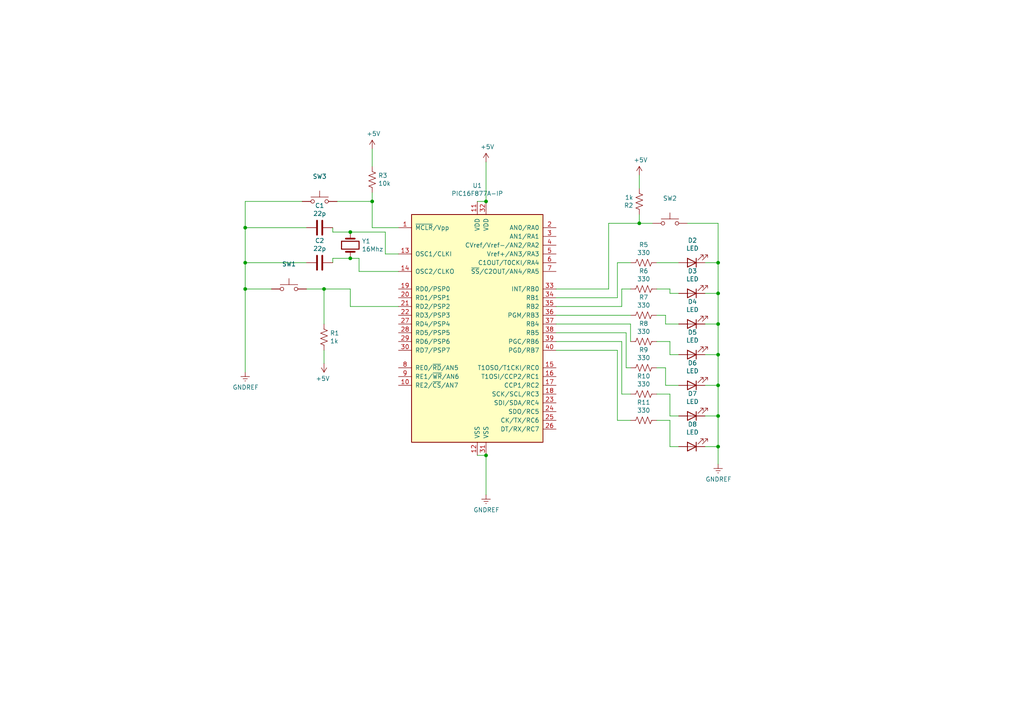
<source format=kicad_sch>
(kicad_sch (version 20211123) (generator eeschema)
  (paper "A4")
  (lib_symbols
    (symbol "Device:C" (pin_numbers hide) (pin_names (offset 0.254))
      (property "Reference" "C" (at 0.635 2.54 0))
      (property "Value" "C" (at 0.635 -2.54 0))
      (symbol "C_0_1"
        (polyline (pts (xy -2.032 -0.762) (xy 2.032 -0.762)) (stroke (width 0.508)))
        (polyline (pts (xy -2.032 0.762) (xy 2.032 0.762)) (stroke (width 0.508)))
      )
      (symbol "C_1_1"
        (pin passive line (at 0 3.81 270) (length 2.794) (name "~") (number "1"))
        (pin passive line (at 0 -3.81 90) (length 2.794) (name "~") (number "2"))
      )
    )
    (symbol "Device:Crystal" (pin_numbers hide) (pin_names (offset 1.016) hide)
      (property "Reference" "Y" (at 0 3.81 0))
      (property "Value" "Crystal" (at 0 -3.81 0))
      (symbol "Crystal_0_1"
        (rectangle (start -1.143 2.54) (end 1.143 -2.54) (stroke (width 0.3048)))
        (polyline (pts (xy -2.54 0) (xy -1.905 0)))
        (polyline (pts (xy -1.905 -1.27) (xy -1.905 1.27)) (stroke (width 0.508)))
        (polyline (pts (xy 1.905 -1.27) (xy 1.905 1.27)) (stroke (width 0.508)))
        (polyline (pts (xy 2.54 0) (xy 1.905 0)))
      )
      (symbol "Crystal_1_1"
        (pin passive line (at -3.81 0 0) (length 1.27) (name "1") (number "1"))
        (pin passive line (at 3.81 0 180) (length 1.27) (name "2") (number "2"))
      )
    )
    (symbol "Device:LED" (pin_numbers hide) (pin_names (offset 1.016) hide)
      (property "Reference" "D" (at 0 2.54 0))
      (property "Value" "LED" (at 0 -2.54 0))
      (symbol "LED_0_1"
        (polyline (pts (xy -1.27 -1.27) (xy -1.27 1.27)) (stroke (width 0.254)))
        (polyline (pts (xy -1.27 0) (xy 1.27 0)))
        (polyline (pts (xy 1.27 -1.27) (xy 1.27 1.27) (xy -1.27 0) (xy 1.27 -1.27)) (stroke (width 0.254)))
        (polyline (pts (xy -3.048 -0.762) (xy -4.572 -2.286) (xy -3.81 -2.286) (xy -4.572 -2.286) (xy -4.572 -1.524)))
        (polyline (pts (xy -1.778 -0.762) (xy -3.302 -2.286) (xy -2.54 -2.286) (xy -3.302 -2.286) (xy -3.302 -1.524)))
      )
      (symbol "LED_1_1"
        (pin passive line (at -3.81 0 0) (length 2.54) (name "K") (number "1"))
        (pin passive line (at 3.81 0 180) (length 2.54) (name "A") (number "2"))
      )
    )
    (symbol "Device:R_US" (pin_numbers hide) (pin_names (offset 0))
      (property "Reference" "R" (at 2.54 0 90))
      (property "Value" "R_US" (at -2.54 0 90))
      (symbol "R_US_0_1"
        (polyline (pts (xy 0 -2.286) (xy 0 -2.54)))
        (polyline (pts (xy 0 2.286) (xy 0 2.54)))
        (polyline (pts (xy 0 -0.762) (xy 1.016 -1.143) (xy 0 -1.524) (xy -1.016 -1.905) (xy 0 -2.286)))
        (polyline (pts (xy 0 0.762) (xy 1.016 0.381) (xy 0 0) (xy -1.016 -0.381) (xy 0 -0.762)))
        (polyline (pts (xy 0 2.286) (xy 1.016 1.905) (xy 0 1.524) (xy -1.016 1.143) (xy 0 0.762)))
      )
      (symbol "R_US_1_1"
        (pin passive line (at 0 3.81 270) (length 1.27) (name "~") (number "1"))
        (pin passive line (at 0 -3.81 90) (length 1.27) (name "~") (number "2"))
      )
    )
    (symbol "MCU_Microchip_PIC16:PIC16F877A-IP" (pin_names (offset 1.016))
      (property "Reference" "U" (at 5.08 35.56 0))
      (property "Value" "PIC16F877A-IP" (at 5.08 33.02 0))
      (symbol "PIC16F877A-IP_0_1"
        (rectangle (start -19.05 31.75) (end 19.05 -34.29) (stroke (width 0.254)) (fill (type background)))
      )
      (symbol "PIC16F877A-IP_1_1"
        (pin input line (at -22.86 27.94 0) (length 3.81) (name "~{MCLR}/Vpp") (number "1"))
        (pin bidirectional line (at -22.86 -17.78 0) (length 3.81) (name "RE2/~{CS}/AN7") (number "10"))
        (pin power_in line (at 0 35.56 270) (length 3.81) (name "VDD") (number "11"))
        (pin power_in line (at 0 -38.1 90) (length 3.81) (name "VSS") (number "12"))
        (pin input line (at -22.86 20.32 0) (length 3.81) (name "OSC1/CLKI") (number "13"))
        (pin output line (at -22.86 15.24 0) (length 3.81) (name "OSC2/CLKO") (number "14"))
        (pin bidirectional line (at 22.86 -12.7 180) (length 3.81) (name "T1OSO/T1CKI/RC0") (number "15"))
        (pin bidirectional line (at 22.86 -15.24 180) (length 3.81) (name "T1OSI/CCP2/RC1") (number "16"))
        (pin bidirectional line (at 22.86 -17.78 180) (length 3.81) (name "CCP1/RC2") (number "17"))
        (pin bidirectional line (at 22.86 -20.32 180) (length 3.81) (name "SCK/SCL/RC3") (number "18"))
        (pin bidirectional line (at -22.86 10.16 0) (length 3.81) (name "RD0/PSP0") (number "19"))
        (pin bidirectional line (at 22.86 27.94 180) (length 3.81) (name "AN0/RA0") (number "2"))
        (pin bidirectional line (at -22.86 7.62 0) (length 3.81) (name "RD1/PSP1") (number "20"))
        (pin bidirectional line (at -22.86 5.08 0) (length 3.81) (name "RD2/PSP2") (number "21"))
        (pin bidirectional line (at -22.86 2.54 0) (length 3.81) (name "RD3/PSP3") (number "22"))
        (pin bidirectional line (at 22.86 -22.86 180) (length 3.81) (name "SDI/SDA/RC4") (number "23"))
        (pin bidirectional line (at 22.86 -25.4 180) (length 3.81) (name "SDO/RC5") (number "24"))
        (pin bidirectional line (at 22.86 -27.94 180) (length 3.81) (name "CK/TX/RC6") (number "25"))
        (pin bidirectional line (at 22.86 -30.48 180) (length 3.81) (name "DT/RX/RC7") (number "26"))
        (pin bidirectional line (at -22.86 0 0) (length 3.81) (name "RD4/PSP4") (number "27"))
        (pin bidirectional line (at -22.86 -2.54 0) (length 3.81) (name "RD5/PSP5") (number "28"))
        (pin bidirectional line (at -22.86 -5.08 0) (length 3.81) (name "RD6/PSP6") (number "29"))
        (pin bidirectional line (at 22.86 25.4 180) (length 3.81) (name "AN1/RA1") (number "3"))
        (pin bidirectional line (at -22.86 -7.62 0) (length 3.81) (name "RD7/PSP7") (number "30"))
        (pin power_in line (at 2.54 -38.1 90) (length 3.81) (name "VSS") (number "31"))
        (pin power_in line (at 2.54 35.56 270) (length 3.81) (name "VDD") (number "32"))
        (pin bidirectional line (at 22.86 10.16 180) (length 3.81) (name "INT/RB0") (number "33"))
        (pin bidirectional line (at 22.86 7.62 180) (length 3.81) (name "RB1") (number "34"))
        (pin bidirectional line (at 22.86 5.08 180) (length 3.81) (name "RB2") (number "35"))
        (pin bidirectional line (at 22.86 2.54 180) (length 3.81) (name "PGM/RB3") (number "36"))
        (pin bidirectional line (at 22.86 0 180) (length 3.81) (name "RB4") (number "37"))
        (pin bidirectional line (at 22.86 -2.54 180) (length 3.81) (name "RB5") (number "38"))
        (pin bidirectional line (at 22.86 -5.08 180) (length 3.81) (name "PGC/RB6") (number "39"))
        (pin bidirectional line (at 22.86 22.86 180) (length 3.81) (name "CVref/Vref-/AN2/RA2") (number "4"))
        (pin bidirectional line (at 22.86 -7.62 180) (length 3.81) (name "PGD/RB7") (number "40"))
        (pin bidirectional line (at 22.86 20.32 180) (length 3.81) (name "Vref+/AN3/RA3") (number "5"))
        (pin bidirectional line (at 22.86 17.78 180) (length 3.81) (name "C1OUT/T0CKI/RA4") (number "6"))
        (pin bidirectional line (at 22.86 15.24 180) (length 3.81) (name "~{SS}/C2OUT/AN4/RA5") (number "7"))
        (pin bidirectional line (at -22.86 -12.7 0) (length 3.81) (name "RE0/~{RD}/AN5") (number "8"))
        (pin bidirectional line (at -22.86 -15.24 0) (length 3.81) (name "RE1/~{WR}/AN6") (number "9"))
      )
    )
    (symbol "Switch:SW_MEC_5G" (pin_numbers hide) (pin_names (offset 1.016) hide)
      (property "Reference" "SW" (at 1.27 2.54 0))
      (property "Value" "SW_MEC_5G" (at 0 -1.524 0))
      (symbol "SW_MEC_5G_0_1"
        (circle (center -2.032 0) (radius 0.508))
        (polyline (pts (xy 0 1.27) (xy 0 3.048)))
        (polyline (pts (xy 2.54 1.27) (xy -2.54 1.27)))
        (circle (center 2.032 0) (radius 0.508))
        (pin passive line (at -5.08 0 0) (length 2.54) (name "A") (number "1"))
        (pin passive line (at 5.08 0 180) (length 2.54) (name "B") (number "3"))
      )
      (symbol "SW_MEC_5G_1_1"
        (pin passive line (at -5.08 0 0) (length 2.54) hide (name "A") (number "2"))
        (pin passive line (at 5.08 0 180) (length 2.54) hide (name "B") (number "4"))
      )
    )
    (symbol "power:+5V" (power) (pin_names (offset 0))
      (property "Value" "+5V" (at 0 3.556 0))
      (symbol "+5V_0_1"
        (polyline (pts (xy -0.762 1.27) (xy 0 2.54)))
        (polyline (pts (xy 0 0) (xy 0 2.54)))
        (polyline (pts (xy 0 2.54) (xy 0.762 1.27)))
      )
      (symbol "+5V_1_1"
        (pin power_in line (at 0 0 90) (length 0) hide (name "+5V") (number "1"))
      )
    )
    (symbol "power:GNDREF" (power) (pin_names (offset 0))
      (property "Value" "GNDREF" (at 0 -3.81 0))
      (symbol "GNDREF_0_1"
        (polyline (pts (xy -0.635 -1.905) (xy 0.635 -1.905)))
        (polyline (pts (xy -0.127 -2.54) (xy 0.127 -2.54)))
        (polyline (pts (xy 0 -1.27) (xy 0 0)))
        (polyline (pts (xy 1.27 -1.27) (xy -1.27 -1.27)))
      )
      (symbol "GNDREF_1_1"
        (pin power_in line (at 0 0 270) (length 0) hide (name "GNDREF") (number "1"))
      )
    )
  )
  (junction (at 208.28 102.87))
  (junction (at 107.95 58.42))
  (junction (at 71.12 76.2))
  (junction (at 71.12 66.04))
  (junction (at 140.97 58.42))
  (junction (at 208.28 93.98))
  (junction (at 208.28 76.2))
  (junction (at 93.98 83.82))
  (junction (at 71.12 83.82))
  (junction (at 208.28 120.65))
  (junction (at 185.42 64.77))
  (junction (at 101.6 74.93))
  (junction (at 208.28 111.76))
  (junction (at 208.28 129.54))
  (junction (at 101.6 67.31))
  (junction (at 140.97 132.08))
  (junction (at 208.28 85.09))
  (wire (pts (xy 194.31 120.65) (xy 196.85 120.65)))
  (wire (pts (xy 190.5 114.3) (xy 194.31 114.3)))
  (wire (pts (xy 161.29 93.98) (xy 182.88 93.98)))
  (wire (pts (xy 194.31 102.87) (xy 196.85 102.87)))
  (wire (pts (xy 180.34 99.06) (xy 180.34 114.3)))
  (wire (pts (xy 208.28 102.87) (xy 208.28 111.76)))
  (wire (pts (xy 111.76 67.31) (xy 101.6 67.31)))
  (wire (pts (xy 107.95 58.42) (xy 107.95 66.04)))
  (wire (pts (xy 87.63 58.42) (xy 71.12 58.42)))
  (wire (pts (xy 181.61 106.68) (xy 182.88 106.68)))
  (wire (pts (xy 115.57 73.66) (xy 111.76 73.66)))
  (wire (pts (xy 161.29 96.52) (xy 181.61 96.52)))
  (wire (pts (xy 208.28 76.2) (xy 208.28 85.09)))
  (wire (pts (xy 182.88 93.98) (xy 182.88 99.06)))
  (wire (pts (xy 161.29 101.6) (xy 179.07 101.6)))
  (wire (pts (xy 161.29 88.9) (xy 180.34 88.9)))
  (wire (pts (xy 104.14 78.74) (xy 104.14 74.93)))
  (wire (pts (xy 194.31 129.54) (xy 196.85 129.54)))
  (wire (pts (xy 161.29 83.82) (xy 176.53 83.82)))
  (wire (pts (xy 193.04 111.76) (xy 196.85 111.76)))
  (wire (pts (xy 190.5 76.2) (xy 196.85 76.2)))
  (wire (pts (xy 208.28 120.65) (xy 208.28 129.54)))
  (wire (pts (xy 71.12 66.04) (xy 71.12 76.2)))
  (wire (pts (xy 71.12 83.82) (xy 78.74 83.82)))
  (wire (pts (xy 185.42 54.61) (xy 185.42 50.8)))
  (wire (pts (xy 194.31 85.09) (xy 196.85 85.09)))
  (wire (pts (xy 107.95 66.04) (xy 115.57 66.04)))
  (wire (pts (xy 140.97 46.99) (xy 140.97 58.42)))
  (wire (pts (xy 179.07 121.92) (xy 182.88 121.92)))
  (wire (pts (xy 193.04 106.68) (xy 193.04 111.76)))
  (wire (pts (xy 193.04 93.98) (xy 196.85 93.98)))
  (wire (pts (xy 190.5 91.44) (xy 193.04 91.44)))
  (wire (pts (xy 208.28 85.09) (xy 208.28 93.98)))
  (wire (pts (xy 161.29 99.06) (xy 180.34 99.06)))
  (wire (pts (xy 88.9 76.2) (xy 71.12 76.2)))
  (wire (pts (xy 180.34 88.9) (xy 180.34 83.82)))
  (wire (pts (xy 176.53 83.82) (xy 176.53 64.77)))
  (wire (pts (xy 190.5 83.82) (xy 194.31 83.82)))
  (wire (pts (xy 180.34 114.3) (xy 182.88 114.3)))
  (wire (pts (xy 161.29 86.36) (xy 179.07 86.36)))
  (wire (pts (xy 140.97 132.08) (xy 140.97 143.51)))
  (wire (pts (xy 190.5 99.06) (xy 194.31 99.06)))
  (wire (pts (xy 96.52 67.31) (xy 96.52 66.04)))
  (wire (pts (xy 101.6 67.31) (xy 96.52 67.31)))
  (wire (pts (xy 71.12 58.42) (xy 71.12 66.04)))
  (wire (pts (xy 161.29 91.44) (xy 182.88 91.44)))
  (wire (pts (xy 194.31 99.06) (xy 194.31 102.87)))
  (wire (pts (xy 208.28 129.54) (xy 208.28 134.62)))
  (wire (pts (xy 199.39 64.77) (xy 208.28 64.77)))
  (wire (pts (xy 93.98 83.82) (xy 101.6 83.82)))
  (wire (pts (xy 71.12 83.82) (xy 71.12 107.95)))
  (wire (pts (xy 93.98 93.98) (xy 93.98 83.82)))
  (wire (pts (xy 179.07 101.6) (xy 179.07 121.92)))
  (wire (pts (xy 190.5 121.92) (xy 194.31 121.92)))
  (wire (pts (xy 208.28 111.76) (xy 208.28 120.65)))
  (wire (pts (xy 204.47 129.54) (xy 208.28 129.54)))
  (wire (pts (xy 96.52 74.93) (xy 96.52 76.2)))
  (wire (pts (xy 138.43 58.42) (xy 140.97 58.42)))
  (wire (pts (xy 115.57 78.74) (xy 104.14 78.74)))
  (wire (pts (xy 101.6 83.82) (xy 101.6 88.9)))
  (wire (pts (xy 204.47 102.87) (xy 208.28 102.87)))
  (wire (pts (xy 208.28 93.98) (xy 208.28 102.87)))
  (wire (pts (xy 107.95 43.18) (xy 107.95 48.26)))
  (wire (pts (xy 190.5 106.68) (xy 193.04 106.68)))
  (wire (pts (xy 101.6 74.93) (xy 96.52 74.93)))
  (wire (pts (xy 71.12 76.2) (xy 71.12 83.82)))
  (wire (pts (xy 180.34 83.82) (xy 182.88 83.82)))
  (wire (pts (xy 208.28 64.77) (xy 208.28 76.2)))
  (wire (pts (xy 104.14 74.93) (xy 101.6 74.93)))
  (wire (pts (xy 179.07 76.2) (xy 182.88 76.2)))
  (wire (pts (xy 97.79 58.42) (xy 107.95 58.42)))
  (wire (pts (xy 185.42 64.77) (xy 189.23 64.77)))
  (wire (pts (xy 194.31 121.92) (xy 194.31 129.54)))
  (wire (pts (xy 193.04 91.44) (xy 193.04 93.98)))
  (wire (pts (xy 181.61 96.52) (xy 181.61 106.68)))
  (wire (pts (xy 194.31 114.3) (xy 194.31 120.65)))
  (wire (pts (xy 185.42 62.23) (xy 185.42 64.77)))
  (wire (pts (xy 88.9 83.82) (xy 93.98 83.82)))
  (wire (pts (xy 204.47 85.09) (xy 208.28 85.09)))
  (wire (pts (xy 204.47 111.76) (xy 208.28 111.76)))
  (wire (pts (xy 179.07 86.36) (xy 179.07 76.2)))
  (wire (pts (xy 204.47 120.65) (xy 208.28 120.65)))
  (wire (pts (xy 204.47 93.98) (xy 208.28 93.98)))
  (wire (pts (xy 176.53 64.77) (xy 185.42 64.77)))
  (wire (pts (xy 111.76 73.66) (xy 111.76 67.31)))
  (wire (pts (xy 101.6 88.9) (xy 115.57 88.9)))
  (wire (pts (xy 194.31 83.82) (xy 194.31 85.09)))
  (wire (pts (xy 107.95 55.88) (xy 107.95 58.42)))
  (wire (pts (xy 93.98 101.6) (xy 93.98 105.41)))
  (wire (pts (xy 138.43 132.08) (xy 140.97 132.08)))
  (wire (pts (xy 88.9 66.04) (xy 71.12 66.04)))
  (wire (pts (xy 204.47 76.2) (xy 208.28 76.2)))
  (symbol (lib_id "MCU_Microchip_PIC16:PIC16F877A-IP") (at 138.43 93.98 0) (unit 1)
    (property "Reference" "U1" (at 138.43 53.8226 0))
    (property "Value" "PIC16F877A-IP" (at 138.43 56.134 0))
    (property "Datasheet" "http://ww1.microchip.com/downloads/en/DeviceDoc/39582b.pdf" (effects hide))
  )
  (symbol (lib_id "Device:R_US") (at 107.95 52.07 0) (unit 1)
    (property "Reference" "R3" (at 109.6772 50.9016 0) (effects (justify left)))
    (property "Value" "10k" (at 109.6772 53.213 0) (effects (justify left)))
  )
  (symbol (lib_id "power:GNDREF") (at 208.28 134.62 0) (unit 1)
    (property "Reference" "#PWR06" (effects hide))
    (property "Value" "GNDREF" (at 208.407 139.0142 0))
  )
  (symbol (lib_id "Switch:SW_MEC_5G") (at 92.71 58.42 0) (unit 1)
    (property "Reference" "SW3" (at 92.71 51.181 0))
    (property "Value" "SW_MEC_5G" (effects hide))
    (property "Datasheet" "http://www.apem.com/int/index.php?controller=attachment&id_attachment=488" (effects hide))
  )
  (symbol (lib_id "Switch:SW_MEC_5G") (at 194.31 64.77 0) (unit 1)
    (property "Reference" "SW2" (at 194.31 57.531 0))
    (property "Value" "SW_MEC_5G" (effects hide))
    (property "Datasheet" "http://www.apem.com/int/index.php?controller=attachment&id_attachment=488" (effects hide))
  )
  (symbol (lib_id "Switch:SW_MEC_5G") (at 83.82 83.82 0) (unit 1)
    (property "Reference" "SW1" (at 83.82 76.581 0))
    (property "Value" "SW_MEC_5G" (effects hide))
    (property "Datasheet" "http://www.apem.com/int/index.php?controller=attachment&id_attachment=488" (effects hide))
  )
  (symbol (lib_id "Device:R_US") (at 186.69 76.2 270) (unit 1)
    (property "Reference" "R5" (at 186.69 70.993 90))
    (property "Value" "330" (at 186.69 73.3044 90))
  )
  (symbol (lib_id "Device:R_US") (at 186.69 83.82 270) (unit 1)
    (property "Reference" "R6" (at 186.69 78.613 90))
    (property "Value" "330" (at 186.69 80.9244 90))
  )
  (symbol (lib_id "Device:R_US") (at 186.69 91.44 270) (unit 1)
    (property "Reference" "R7" (at 186.69 86.233 90))
    (property "Value" "330" (at 186.69 88.5444 90))
  )
  (symbol (lib_id "Device:R_US") (at 186.69 99.06 270) (unit 1)
    (property "Reference" "R8" (at 186.69 93.853 90))
    (property "Value" "330" (at 186.69 96.1644 90))
  )
  (symbol (lib_id "Device:R_US") (at 186.69 106.68 270) (unit 1)
    (property "Reference" "R9" (at 186.69 101.473 90))
    (property "Value" "330" (at 186.69 103.7844 90))
  )
  (symbol (lib_id "Device:R_US") (at 186.69 114.3 270) (unit 1)
    (property "Reference" "R10" (at 186.69 109.093 90))
    (property "Value" "330" (at 186.69 111.4044 90))
  )
  (symbol (lib_id "Device:R_US") (at 186.69 121.92 270) (unit 1)
    (property "Reference" "R11" (at 186.69 116.713 90))
    (property "Value" "330" (at 186.69 119.0244 90))
  )
  (symbol (lib_id "Device:LED") (at 200.66 76.2 180) (unit 1)
    (property "Reference" "D2" (at 200.8378 69.723 0))
    (property "Value" "LED" (at 200.8378 72.0344 0))
  )
  (symbol (lib_id "Device:LED") (at 200.66 85.09 180) (unit 1)
    (property "Reference" "D3" (at 200.8378 78.613 0))
    (property "Value" "LED" (at 200.8378 80.9244 0))
  )
  (symbol (lib_id "Device:LED") (at 200.66 93.98 180) (unit 1)
    (property "Reference" "D4" (at 200.8378 87.503 0))
    (property "Value" "LED" (at 200.8378 89.8144 0))
  )
  (symbol (lib_id "Device:LED") (at 200.66 102.87 180) (unit 1)
    (property "Reference" "D5" (at 200.8378 96.393 0))
    (property "Value" "LED" (at 200.8378 98.7044 0))
  )
  (symbol (lib_id "Device:LED") (at 200.66 111.76 180) (unit 1)
    (property "Reference" "D6" (at 200.8378 105.283 0))
    (property "Value" "LED" (at 200.8378 107.5944 0))
  )
  (symbol (lib_id "Device:LED") (at 200.66 120.65 180) (unit 1)
    (property "Reference" "D7" (at 200.8378 114.173 0))
    (property "Value" "LED" (at 200.8378 116.4844 0))
  )
  (symbol (lib_id "Device:LED") (at 200.66 129.54 180) (unit 1)
    (property "Reference" "D8" (at 200.8378 123.063 0))
    (property "Value" "LED" (at 200.8378 125.3744 0))
  )
  (symbol (lib_id "power:+5V") (at 107.95 43.18 0) (unit 1)
    (property "Reference" "#PWR02" (effects hide))
    (property "Value" "+5V" (at 108.331 38.7858 0))
  )
  (symbol (lib_id "power:+5V") (at 140.97 46.99 0) (unit 1)
    (property "Reference" "#PWR03" (effects hide))
    (property "Value" "+5V" (at 141.351 42.5958 0))
  )
  (symbol (lib_id "power:GNDREF") (at 140.97 143.51 0) (unit 1)
    (property "Reference" "#PWR04" (effects hide))
    (property "Value" "GNDREF" (at 141.097 147.9042 0))
  )
  (symbol (lib_id "power:GNDREF") (at 71.12 107.95 0) (unit 1)
    (property "Reference" "#PWR01" (effects hide))
    (property "Value" "GNDREF" (at 71.247 112.3442 0))
  )
  (symbol (lib_id "Device:R_US") (at 185.42 58.42 180) (unit 1)
    (property "Reference" "R2" (at 183.6928 59.5884 0) (effects (justify left)))
    (property "Value" "1k" (at 183.6928 57.277 0) (effects (justify left)))
  )
  (symbol (lib_id "Device:R_US") (at 93.98 97.79 0) (unit 1)
    (property "Reference" "R1" (at 95.7072 96.6216 0) (effects (justify left)))
    (property "Value" "1k" (at 95.7072 98.933 0) (effects (justify left)))
  )
  (symbol (lib_id "Device:Crystal") (at 101.6 71.12 270) (unit 1)
    (property "Reference" "Y1" (at 104.9274 69.9516 90) (effects (justify left)))
    (property "Value" "16Mhz" (at 104.9274 72.263 90) (effects (justify left)))
  )
  (symbol (lib_id "Device:C") (at 92.71 66.04 270) (unit 1)
    (property "Reference" "C1" (at 92.71 59.6392 90))
    (property "Value" "22p" (at 92.71 61.9506 90))
  )
  (symbol (lib_id "Device:C") (at 92.71 76.2 270) (unit 1)
    (property "Reference" "C2" (at 92.71 69.7992 90))
    (property "Value" "22p" (at 92.71 72.1106 90))
  )
  (symbol (lib_id "power:+5V") (at 185.42 50.8 0) (unit 1)
    (property "Reference" "#PWR?" (effects hide))
    (property "Value" "+5V" (at 185.801 46.4058 0))
  )
  (symbol (lib_id "power:+5V") (at 93.98 105.41 180) (unit 1)
    (property "Reference" "#PWR?" (effects hide))
    (property "Value" "+5V" (at 93.599 109.8042 0))
  )
)
</source>
